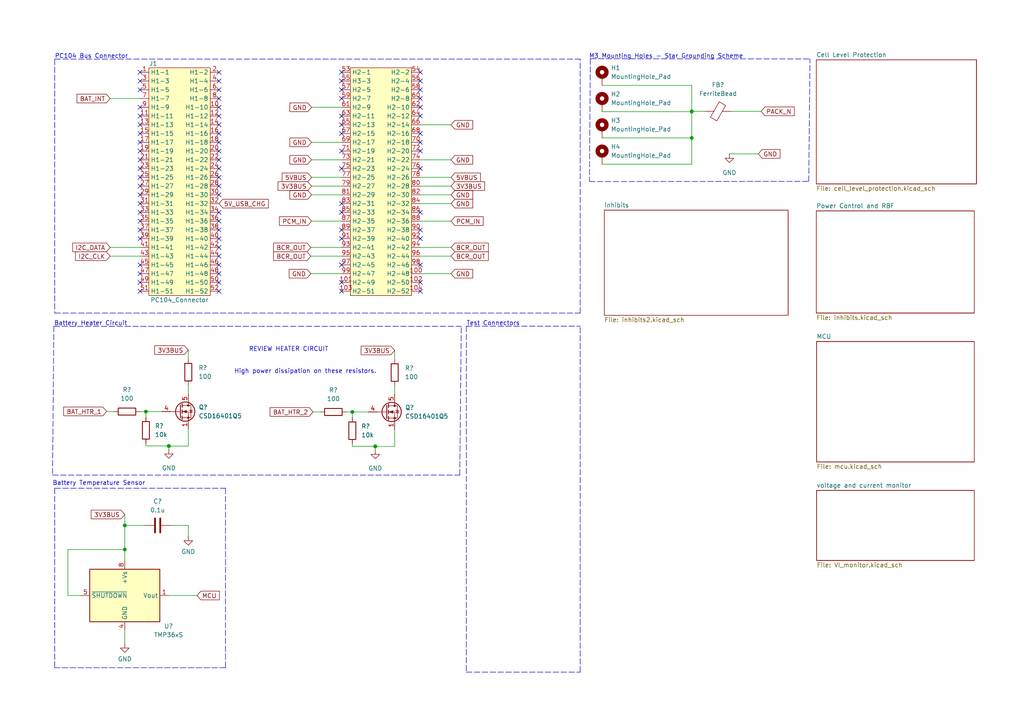
<source format=kicad_sch>
(kicad_sch (version 20211123) (generator eeschema)
  (paper "A4")
  (lib_symbols
    (symbol "Device:C" (pin_numbers hide) (pin_names (offset 0.254))
      (property "Reference" "C" (at 0.635 2.54 0))
      (property "Value" "C" (at 0.635 -2.54 0))
      (symbol "C_0_1"
        (polyline (pts (xy -2.032 -0.762) (xy 2.032 -0.762)) (stroke (width 0.508)))
        (polyline (pts (xy -2.032 0.762) (xy 2.032 0.762)) (stroke (width 0.508)))
      )
      (symbol "C_1_1"
        (pin passive line (at 0 3.81 270) (length 2.794) (name "~") (number "1"))
        (pin passive line (at 0 -3.81 90) (length 2.794) (name "~") (number "2"))
      )
    )
    (symbol "Device:FerriteBead" (pin_numbers hide) (pin_names (offset 0))
      (property "Reference" "FB" (at -3.81 0.635 90))
      (property "Value" "FerriteBead" (at 3.81 0 90))
      (symbol "FerriteBead_0_1"
        (polyline (pts (xy 0 -1.27) (xy 0 -1.2192)))
        (polyline (pts (xy 0 1.27) (xy 0 1.2954)))
        (polyline (pts (xy -2.7686 0.4064) (xy -1.7018 2.2606) (xy 2.7686 -0.3048) (xy 1.6764 -2.159) (xy -2.7686 0.4064)))
      )
      (symbol "FerriteBead_1_1"
        (pin passive line (at 0 3.81 270) (length 2.54) (name "~") (number "1"))
        (pin passive line (at 0 -3.81 90) (length 2.54) (name "~") (number "2"))
      )
    )
    (symbol "Device:R" (pin_numbers hide) (pin_names (offset 0))
      (property "Reference" "R" (at 2.032 0 90))
      (property "Value" "R" (at 0 0 90))
      (symbol "R_0_1"
        (rectangle (start -1.016 -2.54) (end 1.016 2.54) (stroke (width 0.254)))
      )
      (symbol "R_1_1"
        (pin passive line (at 0 3.81 270) (length 1.27) (name "~") (number "1"))
        (pin passive line (at 0 -3.81 90) (length 1.27) (name "~") (number "2"))
      )
    )
    (symbol "Mechanical:MountingHole_Pad" (pin_numbers hide) (pin_names (offset 1.016) hide)
      (property "Reference" "H" (at 0 6.35 0))
      (property "Value" "MountingHole_Pad" (at 0 4.445 0))
      (symbol "MountingHole_Pad_0_1"
        (circle (center 0 1.27) (radius 1.27) (stroke (width 1.27)))
      )
      (symbol "MountingHole_Pad_1_1"
        (pin input line (at 0 -2.54 90) (length 2.54) (name "1") (number "1"))
      )
    )
    (symbol "Sensor_Temperature:TMP36xS"
      (property "Reference" "U" (at -8.89 8.89 0))
      (property "Value" "TMP36xS" (at 6.35 -8.89 0))
      (symbol "TMP36xS_0_1"
        (rectangle (start -10.16 7.62) (end 10.16 -7.62) (stroke (width 0.254)) (fill (type background)))
      )
      (symbol "TMP36xS_1_1"
        (pin output line (at 12.7 0 180) (length 2.54) (name "Vout") (number "1"))
        (pin power_in line (at 0 -10.16 90) (length 2.54) (name "GND") (number "4"))
        (pin input line (at -12.7 0 0) (length 2.54) (name "~{SHUTDOWN}") (number "5"))
        (pin power_in line (at 0 10.16 270) (length 2.54) (name "+Vs") (number "8"))
      )
    )
    (symbol "Transistor_FET:CSD16401Q5" (pin_names hide)
      (property "Reference" "Q" (at 5.08 1.905 0))
      (property "Value" "CSD16401Q5" (at 5.08 0 0))
      (symbol "CSD16401Q5_0_1"
        (polyline (pts (xy 0.254 0) (xy -2.54 0)))
        (polyline (pts (xy 0.254 1.905) (xy 0.254 -1.905)) (stroke (width 0.254)))
        (polyline (pts (xy 0.762 -1.27) (xy 0.762 -2.286)) (stroke (width 0.254)))
        (polyline (pts (xy 0.762 0.508) (xy 0.762 -0.508)) (stroke (width 0.254)))
        (polyline (pts (xy 0.762 2.286) (xy 0.762 1.27)) (stroke (width 0.254)))
        (polyline (pts (xy 2.54 2.54) (xy 2.54 1.778)))
        (polyline (pts (xy 2.54 -2.54) (xy 2.54 0) (xy 0.762 0)))
        (polyline (pts (xy 0.762 -1.778) (xy 3.302 -1.778) (xy 3.302 1.778) (xy 0.762 1.778)))
        (polyline (pts (xy 1.016 0) (xy 2.032 0.381) (xy 2.032 -0.381) (xy 1.016 0)) (fill (type outline)))
        (polyline (pts (xy 2.794 0.508) (xy 2.921 0.381) (xy 3.683 0.381) (xy 3.81 0.254)))
        (polyline (pts (xy 3.302 0.381) (xy 2.921 -0.254) (xy 3.683 -0.254) (xy 3.302 0.381)))
        (circle (center 1.651 0) (radius 2.794) (stroke (width 0.254)))
        (circle (center 2.54 -1.778) (radius 0.254) (fill (type outline)))
        (circle (center 2.54 1.778) (radius 0.254) (fill (type outline)))
      )
      (symbol "CSD16401Q5_1_1"
        (pin passive line (at 2.54 -5.08 90) (length 2.54) (name "S") (number "1"))
        (pin passive line (at 2.54 -5.08 90) (length 2.54) hide (name "S") (number "2"))
        (pin passive line (at 2.54 -5.08 90) (length 2.54) hide (name "S") (number "3"))
        (pin passive line (at -5.08 0 0) (length 2.54) (name "G") (number "4"))
        (pin passive line (at 2.54 5.08 270) (length 2.54) (name "D") (number "5"))
      )
    )
    (symbol "power:GND" (power) (pin_names (offset 0))
      (property "Value" "GND" (at 0 -3.81 0))
      (symbol "GND_0_1"
        (polyline (pts (xy 0 0) (xy 0 -1.27) (xy 1.27 -1.27) (xy 0 -2.54) (xy -1.27 -1.27) (xy 0 -1.27)))
      )
      (symbol "GND_1_1"
        (pin power_in line (at 0 0 270) (length 0) hide (name "GND") (number "1"))
      )
    )
    (symbol "qset-connector-library:PC104_Connector"
      (property "Reference" "J1" (at -36.83 -1.27 0))
      (property "Value" "PC104_Connector" (at -29.21 -69.85 0))
      (symbol "PC104_Connector_0_1"
        (rectangle (start -38.1 -2.54) (end -20.32 -68.58) (fill (type background)))
        (rectangle (start 20.32 -2.54) (end 38.1 -68.58) (fill (type background)))
      )
      (symbol "PC104_Connector_1_1"
        (pin bidirectional line (at -40.64 -3.81 0) (length 2.54) (name "H1-1") (number "1"))
        (pin bidirectional line (at -17.78 -13.97 180) (length 2.54) (name "H1-10") (number "10"))
        (pin bidirectional line (at 40.64 -62.23 180) (length 2.54) (name "H2-48") (number "100"))
        (pin bidirectional line (at 17.78 -64.77 0) (length 2.54) (name "H2-49") (number "101"))
        (pin bidirectional line (at 40.64 -64.77 180) (length 2.54) (name "H2-50") (number "102"))
        (pin bidirectional line (at 17.78 -67.31 0) (length 2.54) (name "H2-51") (number "103"))
        (pin bidirectional line (at 40.64 -67.31 180) (length 2.54) (name "H2-52") (number "104"))
        (pin bidirectional line (at -40.64 -16.51 0) (length 2.54) (name "H1-11") (number "11"))
        (pin bidirectional line (at -17.78 -16.51 180) (length 2.54) (name "H1-12") (number "12"))
        (pin bidirectional line (at -40.64 -19.05 0) (length 2.54) (name "H1-13") (number "13"))
        (pin bidirectional line (at -17.78 -19.05 180) (length 2.54) (name "H1-14") (number "14"))
        (pin bidirectional line (at -40.64 -21.59 0) (length 2.54) (name "H1-15") (number "15"))
        (pin bidirectional line (at -17.78 -21.59 180) (length 2.54) (name "H1-16") (number "16"))
        (pin bidirectional line (at -40.64 -24.13 0) (length 2.54) (name "H1-17") (number "17"))
        (pin bidirectional line (at -17.78 -24.13 180) (length 2.54) (name "H1-18") (number "18"))
        (pin bidirectional line (at -40.64 -26.67 0) (length 2.54) (name "H1-19") (number "19"))
        (pin bidirectional line (at -17.78 -3.81 180) (length 2.54) (name "H1-2") (number "2"))
        (pin bidirectional line (at -17.78 -26.67 180) (length 2.54) (name "H1-20") (number "20"))
        (pin bidirectional line (at -40.64 -29.21 0) (length 2.54) (name "H1-21") (number "21"))
        (pin bidirectional line (at -17.78 -29.21 180) (length 2.54) (name "H1-22") (number "22"))
        (pin bidirectional line (at -40.64 -31.75 0) (length 2.54) (name "H1-23") (number "23"))
        (pin bidirectional line (at -17.78 -31.75 180) (length 2.54) (name "H1-24") (number "24"))
        (pin bidirectional line (at -40.64 -34.29 0) (length 2.54) (name "H1-25") (number "25"))
        (pin bidirectional line (at -17.78 -34.29 180) (length 2.54) (name "H1-26") (number "26"))
        (pin bidirectional line (at -40.64 -36.83 0) (length 2.54) (name "H1-27") (number "27"))
        (pin bidirectional line (at -17.78 -36.83 180) (length 2.54) (name "H1-28") (number "28"))
        (pin bidirectional line (at -40.64 -39.37 0) (length 2.54) (name "H1-29") (number "29"))
        (pin bidirectional line (at -40.64 -6.35 0) (length 2.54) (name "H1-3") (number "3"))
        (pin bidirectional line (at -17.78 -39.37 180) (length 2.54) (name "H1-30") (number "30"))
        (pin bidirectional line (at -40.64 -41.91 0) (length 2.54) (name "H1-31") (number "31"))
        (pin bidirectional line (at -17.78 -41.91 180) (length 2.54) (name "H1-32") (number "32"))
        (pin bidirectional line (at -40.64 -44.45 0) (length 2.54) (name "H1-33") (number "33"))
        (pin bidirectional line (at -17.78 -44.45 180) (length 2.54) (name "H1-34") (number "34"))
        (pin bidirectional line (at -40.64 -46.99 0) (length 2.54) (name "H1-35") (number "35"))
        (pin bidirectional line (at -17.78 -46.99 180) (length 2.54) (name "H1-36") (number "36"))
        (pin bidirectional line (at -40.64 -49.53 0) (length 2.54) (name "H1-37") (number "37"))
        (pin bidirectional line (at -17.78 -49.53 180) (length 2.54) (name "H1-38") (number "38"))
        (pin bidirectional line (at -40.64 -52.07 0) (length 2.54) (name "H1-39") (number "39"))
        (pin bidirectional line (at -17.78 -6.35 180) (length 2.54) (name "H1-4") (number "4"))
        (pin bidirectional line (at -17.78 -52.07 180) (length 2.54) (name "H1-40") (number "40"))
        (pin bidirectional line (at -40.64 -54.61 0) (length 2.54) (name "H1-41") (number "41"))
        (pin bidirectional line (at -17.78 -54.61 180) (length 2.54) (name "H1-42") (number "42"))
        (pin bidirectional line (at -40.64 -57.15 0) (length 2.54) (name "H1-43") (number "43"))
        (pin bidirectional line (at -17.78 -57.15 180) (length 2.54) (name "H1-44") (number "44"))
        (pin bidirectional line (at -40.64 -59.69 0) (length 2.54) (name "H1-45") (number "45"))
        (pin bidirectional line (at -17.78 -59.69 180) (length 2.54) (name "H1-46") (number "46"))
        (pin bidirectional line (at -40.64 -62.23 0) (length 2.54) (name "H1-47") (number "47"))
        (pin bidirectional line (at -17.78 -62.23 180) (length 2.54) (name "H1-48") (number "48"))
        (pin bidirectional line (at -40.64 -64.77 0) (length 2.54) (name "H1-49") (number "49"))
        (pin bidirectional line (at -40.64 -8.89 0) (length 2.54) (name "H1-5") (number "5"))
        (pin bidirectional line (at -17.78 -64.77 180) (length 2.54) (name "H1-50") (number "50"))
        (pin bidirectional line (at -40.64 -67.31 0) (length 2.54) (name "H1-51") (number "51"))
        (pin bidirectional line (at -17.78 -67.31 180) (length 2.54) (name "H1-52") (number "52"))
        (pin bidirectional line (at 17.78 -3.81 0) (length 2.54) (name "H2-1") (number "53"))
        (pin bidirectional line (at 40.64 -3.81 180) (length 2.54) (name "H2-2") (number "54"))
        (pin bidirectional line (at 17.78 -6.35 0) (length 2.54) (name "H3-3") (number "55"))
        (pin bidirectional line (at 40.64 -6.35 180) (length 2.54) (name "H2-4") (number "56"))
        (pin bidirectional line (at 17.78 -8.89 0) (length 2.54) (name "H2-5") (number "57"))
        (pin bidirectional line (at 40.64 -8.89 180) (length 2.54) (name "H2-6") (number "58"))
        (pin bidirectional line (at 17.78 -11.43 0) (length 2.54) (name "H2-7") (number "59"))
        (pin bidirectional line (at -17.78 -8.89 180) (length 2.54) (name "H1-6") (number "6"))
        (pin bidirectional line (at 40.64 -11.43 180) (length 2.54) (name "H2-8") (number "60"))
        (pin bidirectional line (at 17.78 -13.97 0) (length 2.54) (name "H2-9") (number "61"))
        (pin bidirectional line (at 40.64 -13.97 180) (length 2.54) (name "H2-10") (number "62"))
        (pin bidirectional line (at 17.78 -16.51 0) (length 2.54) (name "H2-11") (number "63"))
        (pin bidirectional line (at 40.64 -16.51 180) (length 2.54) (name "H2-12") (number "64"))
        (pin bidirectional line (at 17.78 -19.05 0) (length 2.54) (name "H2-13") (number "65"))
        (pin bidirectional line (at 40.64 -19.05 180) (length 2.54) (name "H2-14") (number "66"))
        (pin bidirectional line (at 17.78 -21.59 0) (length 2.54) (name "H2-15") (number "67"))
        (pin bidirectional line (at 40.64 -21.59 180) (length 2.54) (name "H2-16") (number "68"))
        (pin bidirectional line (at 17.78 -24.13 0) (length 2.54) (name "H2-17") (number "69"))
        (pin bidirectional line (at -40.64 -11.43 0) (length 2.54) (name "H1-7") (number "7"))
        (pin bidirectional line (at 40.64 -24.13 180) (length 2.54) (name "H2-18") (number "70"))
        (pin bidirectional line (at 17.78 -26.67 0) (length 2.54) (name "H2-19") (number "71"))
        (pin bidirectional line (at 40.64 -26.67 180) (length 2.54) (name "H2-20") (number "72"))
        (pin bidirectional line (at 17.78 -29.21 0) (length 2.54) (name "H2-21") (number "73"))
        (pin bidirectional line (at 40.64 -29.21 180) (length 2.54) (name "H2-22") (number "74"))
        (pin bidirectional line (at 17.78 -31.75 0) (length 2.54) (name "H2-23") (number "75"))
        (pin bidirectional line (at 40.64 -31.75 180) (length 2.54) (name "H2-24") (number "76"))
        (pin bidirectional line (at 17.78 -34.29 0) (length 2.54) (name "H2-25") (number "77"))
        (pin bidirectional line (at 40.64 -34.29 180) (length 2.54) (name "H2-26") (number "78"))
        (pin bidirectional line (at 17.78 -36.83 0) (length 2.54) (name "H2-27") (number "79"))
        (pin bidirectional line (at -17.78 -11.43 180) (length 2.54) (name "H1-8") (number "8"))
        (pin bidirectional line (at 40.64 -36.83 180) (length 2.54) (name "H2-28") (number "80"))
        (pin bidirectional line (at 17.78 -39.37 0) (length 2.54) (name "H2-29") (number "81"))
        (pin bidirectional line (at 40.64 -39.37 180) (length 2.54) (name "H2-30") (number "82"))
        (pin bidirectional line (at 17.78 -41.91 0) (length 2.54) (name "H2-31") (number "83"))
        (pin bidirectional line (at 40.64 -41.91 180) (length 2.54) (name "H2-32") (number "84"))
        (pin bidirectional line (at 17.78 -44.45 0) (length 2.54) (name "H2-33") (number "85"))
        (pin bidirectional line (at 40.64 -44.45 180) (length 2.54) (name "H2-34") (number "86"))
        (pin bidirectional line (at 17.78 -46.99 0) (length 2.54) (name "H2-35") (number "87"))
        (pin bidirectional line (at 40.64 -46.99 180) (length 2.54) (name "H2-36") (number "88"))
        (pin bidirectional line (at 17.78 -49.53 0) (length 2.54) (name "H2-37") (number "89"))
        (pin bidirectional line (at -40.64 -13.97 0) (length 2.54) (name "H1-9") (number "9"))
        (pin bidirectional line (at 40.64 -49.53 180) (length 2.54) (name "H2-38") (number "90"))
        (pin bidirectional line (at 17.78 -52.07 0) (length 2.54) (name "H2-39") (number "91"))
        (pin bidirectional line (at 40.64 -52.07 180) (length 2.54) (name "H2-40") (number "92"))
        (pin bidirectional line (at 17.78 -54.61 0) (length 2.54) (name "H2-41") (number "93"))
        (pin bidirectional line (at 40.64 -54.61 180) (length 2.54) (name "H2-42") (number "94"))
        (pin bidirectional line (at 17.78 -57.15 0) (length 2.54) (name "H2-43") (number "95"))
        (pin bidirectional line (at 40.64 -57.15 180) (length 2.54) (name "H2-44") (number "96"))
        (pin bidirectional line (at 17.78 -59.69 0) (length 2.54) (name "H2-45") (number "97"))
        (pin bidirectional line (at 40.64 -59.69 180) (length 2.54) (name "H2-46") (number "98"))
        (pin bidirectional line (at 17.78 -62.23 0) (length 2.54) (name "H2-47") (number "99"))
      )
    )
  )
  (junction (at 48.9712 129.3368))
  (junction (at 200.6346 40.005))
  (junction (at 42.3164 119.38))
  (junction (at 102.1842 119.4816))
  (junction (at 36.195 159.385))
  (junction (at 108.839 129.4892))
  (junction (at 108.839 129.4384))
  (junction (at 200.6346 32.2834))
  (junction (at 200.6346 32.385))
  (junction (at 36.195 152.4))
  (junction (at 48.9712 129.3876))
  (no_connect (at 40.64 31.115))
  (no_connect (at 40.64 33.655))
  (no_connect (at 40.64 48.895))
  (no_connect (at 40.64 20.955))
  (no_connect (at 40.64 23.495))
  (no_connect (at 40.64 26.035))
  (no_connect (at 40.64 36.195))
  (no_connect (at 40.64 38.735))
  (no_connect (at 40.64 41.275))
  (no_connect (at 40.64 43.815))
  (no_connect (at 40.64 46.355))
  (no_connect (at 40.64 61.595))
  (no_connect (at 40.64 64.135))
  (no_connect (at 40.64 66.675))
  (no_connect (at 40.64 69.215))
  (no_connect (at 40.64 76.835))
  (no_connect (at 40.64 79.375))
  (no_connect (at 40.64 81.915))
  (no_connect (at 40.64 84.455))
  (no_connect (at 63.5 84.455))
  (no_connect (at 63.5 81.915))
  (no_connect (at 63.5 79.375))
  (no_connect (at 63.5 76.835))
  (no_connect (at 63.5 74.295))
  (no_connect (at 63.5 71.755))
  (no_connect (at 63.5 69.215))
  (no_connect (at 63.5 66.675))
  (no_connect (at 63.5 64.135))
  (no_connect (at 63.5 61.595))
  (no_connect (at 40.64 51.435))
  (no_connect (at 40.64 53.975))
  (no_connect (at 40.64 56.515))
  (no_connect (at 40.64 59.055))
  (no_connect (at 63.5 56.515))
  (no_connect (at 63.5 53.975))
  (no_connect (at 63.5 51.435))
  (no_connect (at 63.5 48.895))
  (no_connect (at 63.5 46.355))
  (no_connect (at 63.5 43.815))
  (no_connect (at 63.5 38.735))
  (no_connect (at 63.5 41.275))
  (no_connect (at 63.5 20.955))
  (no_connect (at 63.5 23.495))
  (no_connect (at 63.5 26.035))
  (no_connect (at 63.5 28.575))
  (no_connect (at 63.5 31.115))
  (no_connect (at 63.5 33.655))
  (no_connect (at 63.5 36.195))
  (no_connect (at 99.06 33.655))
  (no_connect (at 99.06 20.955))
  (no_connect (at 99.06 23.495))
  (no_connect (at 99.06 26.035))
  (no_connect (at 99.06 28.575))
  (no_connect (at 99.06 36.195))
  (no_connect (at 99.06 38.735))
  (no_connect (at 99.06 43.815))
  (no_connect (at 99.06 48.895))
  (no_connect (at 99.06 59.055))
  (no_connect (at 99.06 61.595))
  (no_connect (at 99.06 66.675))
  (no_connect (at 99.06 69.215))
  (no_connect (at 99.06 76.835))
  (no_connect (at 99.06 81.915))
  (no_connect (at 99.06 84.455))
  (no_connect (at 121.92 84.455))
  (no_connect (at 121.92 81.915))
  (no_connect (at 121.92 76.835))
  (no_connect (at 121.92 69.215))
  (no_connect (at 121.92 66.675))
  (no_connect (at 121.92 61.595))
  (no_connect (at 121.92 31.115))
  (no_connect (at 121.92 20.955))
  (no_connect (at 121.92 23.495))
  (no_connect (at 121.92 26.035))
  (no_connect (at 121.92 28.575))
  (no_connect (at 121.92 48.895))
  (no_connect (at 121.92 43.815))
  (no_connect (at 121.92 41.275))
  (no_connect (at 121.92 38.735))
  (no_connect (at 121.92 33.655))
  (wire (pts (xy 102.1842 128.7272) (xy 102.1842 129.4384)))
  (wire (pts (xy 102.1842 119.4816) (xy 102.1842 121.1072)))
  (wire (pts (xy 174.625 32.385) (xy 200.6346 32.385)))
  (wire (pts (xy 54.61 101.5492) (xy 54.61 104.14)))
  (wire (pts (xy 48.895 172.72) (xy 57.15 172.72)))
  (wire (pts (xy 90.3732 64.135) (xy 99.06 64.135)))
  (polyline (pts (xy 15.875 17.145) (xy 15.875 90.805)))
  (wire (pts (xy 54.61 152.4) (xy 54.61 155.575)))
  (polyline (pts (xy 65.405 141.605) (xy 65.405 193.675)))
  (wire (pts (xy 108.839 129.4384) (xy 108.839 129.4892)))
  (wire (pts (xy 121.92 56.515) (xy 130.81 56.515)))
  (wire (pts (xy 90.3732 31.115) (xy 99.06 31.115)))
  (wire (pts (xy 114.4778 124.5616) (xy 114.4778 129.4892)))
  (wire (pts (xy 36.195 152.4) (xy 41.91 152.4)))
  (polyline (pts (xy 135.255 194.945) (xy 168.275 194.945)))
  (wire (pts (xy 31.9532 71.755) (xy 40.64 71.755)))
  (wire (pts (xy 108.839 129.4892) (xy 108.839 130.5052)))
  (wire (pts (xy 200.6346 40.005) (xy 200.6346 47.625)))
  (wire (pts (xy 30.9372 119.3292) (xy 33.02 119.38)))
  (polyline (pts (xy 15.24 137.795) (xy 133.35 137.795)))
  (polyline (pts (xy 15.875 141.605) (xy 15.875 193.675)))
  (wire (pts (xy 19.685 159.385) (xy 36.195 159.385)))
  (wire (pts (xy 31.9532 28.575) (xy 40.64 28.575)))
  (wire (pts (xy 121.92 59.055) (xy 130.81 59.055)))
  (wire (pts (xy 90.3732 41.275) (xy 99.06 41.275)))
  (wire (pts (xy 200.6346 32.385) (xy 200.6346 40.005)))
  (wire (pts (xy 42.3164 129.3368) (xy 48.9712 129.3368)))
  (polyline (pts (xy 133.35 137.795) (xy 133.7818 94.6404)))
  (wire (pts (xy 48.9712 129.3876) (xy 54.61 129.3876)))
  (wire (pts (xy 48.9712 129.3368) (xy 48.9712 129.3876)))
  (polyline (pts (xy 15.621 94.6404) (xy 133.7818 94.6404)))
  (polyline (pts (xy 171.2214 17.0434) (xy 234.9246 17.0942)))
  (wire (pts (xy 200.6346 32.2834) (xy 200.6346 32.385)))
  (wire (pts (xy 90.3732 56.515) (xy 99.06 56.515)))
  (wire (pts (xy 31.9532 74.295) (xy 40.64 74.295)))
  (polyline (pts (xy 234.569 52.6034) (xy 234.9246 17.0942)))
  (wire (pts (xy 102.1842 129.4384) (xy 108.839 129.4384)))
  (wire (pts (xy 90.17 71.755) (xy 99.06 71.755)))
  (polyline (pts (xy 15.875 90.805) (xy 168.275 90.805)))
  (wire (pts (xy 19.685 172.72) (xy 19.685 159.385)))
  (polyline (pts (xy 135.255 94.615) (xy 135.255 194.945)))
  (wire (pts (xy 121.92 64.135) (xy 130.81 64.135)))
  (wire (pts (xy 114.4778 111.8616) (xy 114.4778 114.4016)))
  (wire (pts (xy 200.6346 47.625) (xy 174.625 47.625)))
  (wire (pts (xy 48.9712 129.3876) (xy 48.9712 130.4036)))
  (wire (pts (xy 90.3732 46.355) (xy 99.06 46.355)))
  (wire (pts (xy 90.805 119.4816) (xy 92.8878 119.4816)))
  (wire (pts (xy 211.5566 44.6278) (xy 219.9386 44.6278)))
  (wire (pts (xy 42.3164 119.38) (xy 46.99 119.38)))
  (wire (pts (xy 114.4778 101.6508) (xy 114.4778 104.2416)))
  (wire (pts (xy 121.92 71.755) (xy 130.81 71.755)))
  (wire (pts (xy 36.195 182.88) (xy 36.195 186.69)))
  (wire (pts (xy 174.625 24.765) (xy 200.6346 24.765)))
  (wire (pts (xy 121.92 51.435) (xy 130.81 51.435)))
  (wire (pts (xy 121.92 74.295) (xy 130.81 74.295)))
  (wire (pts (xy 121.92 46.355) (xy 130.81 46.355)))
  (wire (pts (xy 54.61 124.46) (xy 54.61 129.3876)))
  (wire (pts (xy 36.195 152.4) (xy 36.195 159.385)))
  (wire (pts (xy 108.839 129.4892) (xy 114.4778 129.4892)))
  (wire (pts (xy 121.92 36.195) (xy 130.81 36.195)))
  (wire (pts (xy 121.92 79.375) (xy 130.81 79.375)))
  (wire (pts (xy 90.17 74.295) (xy 99.06 74.295)))
  (wire (pts (xy 40.64 119.38) (xy 42.3164 119.38)))
  (wire (pts (xy 42.3164 128.6256) (xy 42.3164 129.3368)))
  (polyline (pts (xy 171.2214 17.0434) (xy 170.9674 52.6542)))
  (wire (pts (xy 200.6346 32.2834) (xy 204.4954 32.2834)))
  (wire (pts (xy 36.195 149.225) (xy 36.195 152.4)))
  (polyline (pts (xy 170.9674 52.6542) (xy 234.569 52.6034)))
  (polyline (pts (xy 15.7226 94.6404) (xy 15.621 94.6404)))
  (wire (pts (xy 90.3732 51.435) (xy 99.06 51.435)))
  (polyline (pts (xy 15.621 94.6404) (xy 15.24 137.795)))
  (wire (pts (xy 100.5078 119.4816) (xy 102.1842 119.4816)))
  (polyline (pts (xy 168.275 194.945) (xy 168.275 94.615)))
  (wire (pts (xy 54.61 111.76) (xy 54.61 114.3)))
  (wire (pts (xy 36.195 159.385) (xy 36.195 162.56)))
  (wire (pts (xy 212.1154 32.2834) (xy 220.7514 32.2834)))
  (polyline (pts (xy 135.255 94.615) (xy 168.275 94.615)))
  (wire (pts (xy 90.17 79.375) (xy 99.06 79.375)))
  (wire (pts (xy 200.6346 40.005) (xy 174.625 40.005)))
  (polyline (pts (xy 65.405 193.675) (xy 15.875 193.675)))
  (polyline (pts (xy 135.255 94.615) (xy 135.89 94.615)))
  (wire (pts (xy 121.92 53.975) (xy 130.81 53.975)))
  (wire (pts (xy 42.3164 119.38) (xy 42.3164 121.0056)))
  (wire (pts (xy 102.1842 119.4816) (xy 106.8578 119.4816)))
  (wire (pts (xy 23.495 172.72) (xy 19.685 172.72)))
  (polyline (pts (xy 15.875 17.145) (xy 168.275 17.145)))
  (polyline (pts (xy 168.275 90.805) (xy 168.275 17.145)))
  (wire (pts (xy 200.6346 24.765) (xy 200.6346 32.2834)))
  (wire (pts (xy 49.53 152.4) (xy 54.61 152.4)))
  (wire (pts (xy 90.3732 53.975) (xy 99.06 53.975)))
  (polyline (pts (xy 15.875 141.605) (xy 65.405 141.605)))
  (text "Test Connectors" (at 135.255 94.615 0) (effects (font (size 1.27 1.27)) (justify left bottom)))
  (text "Battery Temperature Sensor" (at 15.24 140.97 0) (effects (font (size 1.27 1.27)) (justify left bottom)))
  (text "Battery Heater Circuit" (at 15.6718 94.6404 0) (effects (font (size 1.27 1.27)) (justify left bottom)))
  (text "REVIEW HEATER CIRCUIT" (at 72.1614 102.108 0) (effects (font (size 1.27 1.27)) (justify left bottom)))
  (text "PC104 Bus Connector" (at 15.875 17.145 0) (effects (font (size 1.27 1.27)) (justify left bottom)))
  (text "High power dissipation on these resistors." (at 67.8942 108.5088 0) (effects (font (size 1.27 1.27)) (justify left bottom)))
  (text "M3 Mounting Holes - Star Grounding Scheme\n" (at 170.815 17.145 0) (effects (font (size 1.27 1.27)) (justify left bottom)))
  (global_label "5VBUS" (shape input) (at 130.81 51.435 0) (property "Intersheet References" "${INTERSHEET_REFS}" (effects hide)))
  (global_label "BAT_HTR_1" (shape input) (at 30.9372 119.3292 180) (property "Intersheet References" "${INTERSHEET_REFS}" (effects hide)))
  (global_label "BCR_OUT" (shape input) (at 130.81 71.755 0) (property "Intersheet References" "${INTERSHEET_REFS}" (effects hide)))
  (global_label "BCR_OUT" (shape input) (at 90.17 74.295 180) (property "Intersheet References" "${INTERSHEET_REFS}" (effects hide)))
  (global_label "GND" (shape input) (at 90.3732 56.515 180) (property "Intersheet References" "${INTERSHEET_REFS}" (effects hide)))
  (global_label "GND" (shape input) (at 90.3732 31.115 180) (property "Intersheet References" "${INTERSHEET_REFS}" (effects hide)))
  (global_label "PACK_N" (shape input) (at 220.7514 32.2834 0) (property "Intersheet References" "${INTERSHEET_REFS}" (effects hide)))
  (global_label "GND" (shape input) (at 90.3732 46.355 180) (property "Intersheet References" "${INTERSHEET_REFS}" (effects hide)))
  (global_label "GND" (shape input) (at 130.81 56.515 0) (property "Intersheet References" "${INTERSHEET_REFS}" (effects hide)))
  (global_label "3V3BUS" (shape input) (at 90.3732 53.975 180) (property "Intersheet References" "${INTERSHEET_REFS}" (effects hide)))
  (global_label "BAT_INT" (shape input) (at 31.9532 28.575 180) (property "Intersheet References" "${INTERSHEET_REFS}" (effects hide)))
  (global_label "GND" (shape input) (at 130.81 46.355 0) (property "Intersheet References" "${INTERSHEET_REFS}" (effects hide)))
  (global_label "3V3BUS" (shape input) (at 130.81 53.975 0) (property "Intersheet References" "${INTERSHEET_REFS}" (effects hide)))
  (global_label "BAT_HTR_2" (shape input) (at 90.805 119.4816 180) (property "Intersheet References" "${INTERSHEET_REFS}" (effects hide)))
  (global_label "GND" (shape input) (at 219.9386 44.6278 0) (property "Intersheet References" "${INTERSHEET_REFS}" (effects hide)))
  (global_label "GND" (shape input) (at 130.81 79.375 0) (property "Intersheet References" "${INTERSHEET_REFS}" (effects hide)))
  (global_label "3V3BUS" (shape input) (at 114.4778 101.6508 180) (property "Intersheet References" "${INTERSHEET_REFS}" (effects hide)))
  (global_label "BCR_OUT" (shape input) (at 130.81 74.295 0) (property "Intersheet References" "${INTERSHEET_REFS}" (effects hide)))
  (global_label "3V3BUS" (shape input) (at 54.61 101.5492 180) (property "Intersheet References" "${INTERSHEET_REFS}" (effects hide)))
  (global_label "I2C_DATA" (shape input) (at 31.9532 71.755 180) (property "Intersheet References" "${INTERSHEET_REFS}" (effects hide)))
  (global_label "I2C_CLK" (shape input) (at 31.9532 74.295 180) (property "Intersheet References" "${INTERSHEET_REFS}" (effects hide)))
  (global_label "5V_USB_CHG" (shape input) (at 63.5 59.055 0) (property "Intersheet References" "${INTERSHEET_REFS}" (effects hide)))
  (global_label "GND" (shape input) (at 130.81 59.055 0) (property "Intersheet References" "${INTERSHEET_REFS}" (effects hide)))
  (global_label "GND" (shape input) (at 130.81 36.195 0) (property "Intersheet References" "${INTERSHEET_REFS}" (effects hide)))
  (global_label "PCM_IN" (shape input) (at 130.81 64.135 0) (property "Intersheet References" "${INTERSHEET_REFS}" (effects hide)))
  (global_label "GND" (shape input) (at 90.17 79.375 180) (property "Intersheet References" "${INTERSHEET_REFS}" (effects hide)))
  (global_label "3V3BUS" (shape input) (at 36.195 149.225 180) (property "Intersheet References" "${INTERSHEET_REFS}" (effects hide)))
  (global_label "BCR_OUT" (shape input) (at 90.17 71.755 180) (property "Intersheet References" "${INTERSHEET_REFS}" (effects hide)))
  (global_label "5VBUS" (shape input) (at 90.3732 51.435 180) (property "Intersheet References" "${INTERSHEET_REFS}" (effects hide)))
  (global_label "PCM_IN" (shape input) (at 90.3732 64.135 180) (property "Intersheet References" "${INTERSHEET_REFS}" (effects hide)))
  (global_label "MCU" (shape input) (at 57.15 172.72 0) (property "Intersheet References" "${INTERSHEET_REFS}" (effects hide)))
  (global_label "GND" (shape input) (at 90.3732 41.275 180) (property "Intersheet References" "${INTERSHEET_REFS}" (effects hide)))
  (symbol (lib_id "Mechanical:MountingHole_Pad") (at 174.625 29.845 0) (unit 1)
    (property "Reference" "H2" (at 177.165 27.3049 0) (effects (justify left)))
    (property "Value" "MountingHole_Pad" (at 177.165 29.8449 0) (effects (justify left)))
    (property "Footprint" "MountingHole:MountingHole_3.2mm_M3_Pad_TopBottom" (effects hide))
  )
  (symbol (lib_id "Device:C") (at 45.72 152.4 270) (unit 1)
    (property "Reference" "C?" (at 45.72 145.415 90))
    (property "Value" "0.1u" (at 45.72 147.955 90))
  )
  (symbol (lib_id "power:GND") (at 108.839 130.5052 0) (unit 1)
    (property "Reference" "#PWR?" (effects hide))
    (property "Value" "GND" (at 108.839 135.8392 0))
  )
  (symbol (lib_id "Transistor_FET:CSD16401Q5") (at 52.07 119.38 0) (unit 1)
    (property "Reference" "Q?" (at 57.6072 118.1099 0) (effects (justify left)))
    (property "Value" "CSD16401Q5" (at 57.6072 120.6499 0) (effects (justify left)))
    (property "Footprint" "Package_TO_SOT_SMD:TDSON-8-1" (effects hide))
    (property "Datasheet" "http://www.ti.com/lit/gpn/csd16401q5" (effects hide))
  )
  (symbol (lib_id "Sensor_Temperature:TMP36xS") (at 36.195 172.72 0) (unit 1)
    (property "Reference" "U?" (at 48.895 181.61 0))
    (property "Value" "TMP36xS" (at 48.895 184.15 0))
    (property "Footprint" "Package_SO:SOIC-8_3.9x4.9mm_P1.27mm" (effects hide))
    (property "Datasheet" "https://www.analog.com/media/en/technical-documentation/data-sheets/TMP35_36_37.pdf" (effects hide))
  )
  (symbol (lib_id "Transistor_FET:CSD16401Q5") (at 111.9378 119.4816 0) (unit 1)
    (property "Reference" "Q?" (at 117.475 118.2115 0) (effects (justify left)))
    (property "Value" "CSD16401Q5" (at 117.475 120.7515 0) (effects (justify left)))
    (property "Footprint" "Package_TO_SOT_SMD:TDSON-8-1" (effects hide))
    (property "Datasheet" "http://www.ti.com/lit/gpn/csd16401q5" (effects hide))
  )
  (symbol (lib_id "Device:R") (at 42.3164 124.8156 180) (unit 1)
    (property "Reference" "R?" (at 44.9072 123.5455 0) (effects (justify right)))
    (property "Value" "10k" (at 44.9072 126.0855 0) (effects (justify right)))
  )
  (symbol (lib_id "Mechanical:MountingHole_Pad") (at 174.625 22.225 0) (unit 1)
    (property "Reference" "H1" (at 177.165 19.6849 0) (effects (justify left)))
    (property "Value" "MountingHole_Pad" (at 177.165 22.2249 0) (effects (justify left)))
    (property "Footprint" "MountingHole:MountingHole_3.2mm_M3_Pad_TopBottom" (effects hide))
  )
  (symbol (lib_id "Device:R") (at 114.4778 108.0516 180) (unit 1)
    (property "Reference" "R?" (at 117.4242 106.7815 0) (effects (justify right)))
    (property "Value" "100" (at 117.4242 109.3215 0) (effects (justify right)))
  )
  (symbol (lib_id "Device:R") (at 96.6978 119.4816 90) (unit 1)
    (property "Reference" "R?" (at 96.6978 113.1316 90))
    (property "Value" "100" (at 96.6978 115.6716 90))
  )
  (symbol (lib_id "Mechanical:MountingHole_Pad") (at 174.625 45.085 0) (unit 1)
    (property "Reference" "H4" (at 177.165 42.5449 0) (effects (justify left)))
    (property "Value" "MountingHole_Pad" (at 177.165 45.0849 0) (effects (justify left)))
    (property "Footprint" "MountingHole:MountingHole_3.2mm_M3_Pad_TopBottom" (effects hide))
  )
  (symbol (lib_id "power:GND") (at 36.195 186.69 0) (unit 1)
    (property "Reference" "#PWR?" (effects hide))
    (property "Value" "GND" (at 36.195 191.135 0))
  )
  (symbol (lib_id "power:GND") (at 211.5566 44.6278 0) (unit 1)
    (property "Reference" "#PWR?" (effects hide))
    (property "Value" "GND" (at 211.5566 50.0634 0))
  )
  (symbol (lib_id "Device:R") (at 54.61 107.95 180) (unit 1)
    (property "Reference" "R?" (at 57.5564 106.6799 0) (effects (justify right)))
    (property "Value" "100" (at 57.5564 109.2199 0) (effects (justify right)))
  )
  (symbol (lib_id "power:GND") (at 54.61 155.575 0) (unit 1)
    (property "Reference" "#PWR?" (effects hide))
    (property "Value" "GND" (at 54.61 160.02 0))
  )
  (symbol (lib_id "power:GND") (at 48.9712 130.4036 0) (unit 1)
    (property "Reference" "#PWR?" (effects hide))
    (property "Value" "GND" (at 48.9712 135.7376 0))
  )
  (symbol (lib_id "qset-connector-library:PC104_Connector") (at 81.28 17.145 0) (unit 1)
    (property "Reference" "J1" (at 44.45 18.415 0))
    (property "Value" "PC104_Connector" (at 52.07 86.995 0))
    (property "Footprint" "pc104-connector:pc104-connector" (effects hide))
  )
  (symbol (lib_id "Device:R") (at 36.83 119.38 90) (unit 1)
    (property "Reference" "R?" (at 36.83 113.03 90))
    (property "Value" "100" (at 36.83 115.57 90))
  )
  (symbol (lib_id "Mechanical:MountingHole_Pad") (at 174.625 37.465 0) (unit 1)
    (property "Reference" "H3" (at 177.165 34.9249 0) (effects (justify left)))
    (property "Value" "MountingHole_Pad" (at 177.165 37.4649 0) (effects (justify left)))
    (property "Footprint" "MountingHole:MountingHole_3.2mm_M3_Pad_TopBottom" (effects hide))
  )
  (symbol (lib_id "Device:FerriteBead") (at 208.3054 32.2834 90) (unit 1)
    (property "Reference" "FB?" (at 208.2546 24.6126 90))
    (property "Value" "FerriteBead" (at 208.2546 27.1526 90))
  )
  (symbol (lib_id "Device:R") (at 102.1842 124.9172 180) (unit 1)
    (property "Reference" "R?" (at 104.775 123.6471 0) (effects (justify right)))
    (property "Value" "10k" (at 104.775 126.1871 0) (effects (justify right)))
  )
  (sheet (at 236.855 99.06) (size 45.72 34.925) (stroke (width 0.1524))
    (property "Sheet name" "MCU" (at 236.855 98.3484 0) (effects (justify left bottom)))
    (property "Sheet file" "mcu.kicad_sch" (at 236.855 134.5696 0) (effects (justify left top)))
  )
  (sheet (at 236.855 142.24) (size 45.72 20.32) (stroke (width 0.1524))
    (property "Sheet name" "voltage and current monitor" (at 236.855 141.5284 0) (effects (justify left bottom)))
    (property "Sheet file" "VI_monitor.kicad_sch" (at 236.855 163.1446 0) (effects (justify left top)))
  )
  (sheet (at 236.7534 61.1632) (size 45.8216 29.6418) (stroke (width 0.1524))
    (property "Sheet name" "Power Control and RBF" (at 236.7534 60.4516 0) (effects (justify left bottom)))
    (property "Sheet file" "inhibits.kicad_sch" (at 236.7534 91.3896 0) (effects (justify left top)))
  )
  (sheet (at 236.7534 17.3482) (size 46.4566 35.9918) (stroke (width 0.1524))
    (property "Sheet name" "Cell Level Protection" (at 236.7534 16.6366 0) (effects (justify left bottom)))
    (property "Sheet file" "cell_level_protection.kicad_sch" (at 236.7534 53.9246 0) (effects (justify left top)))
  )
  (sheet (at 175.26 60.96) (size 53.34 30.48) (stroke (width 0.1524))
    (property "Sheet name" "inhibits" (at 175.26 60.2484 0) (effects (justify left bottom)))
    (property "Sheet file" "inhibits2.kicad_sch" (at 175.26 92.0246 0) (effects (justify left top)))
  )
)
</source>
